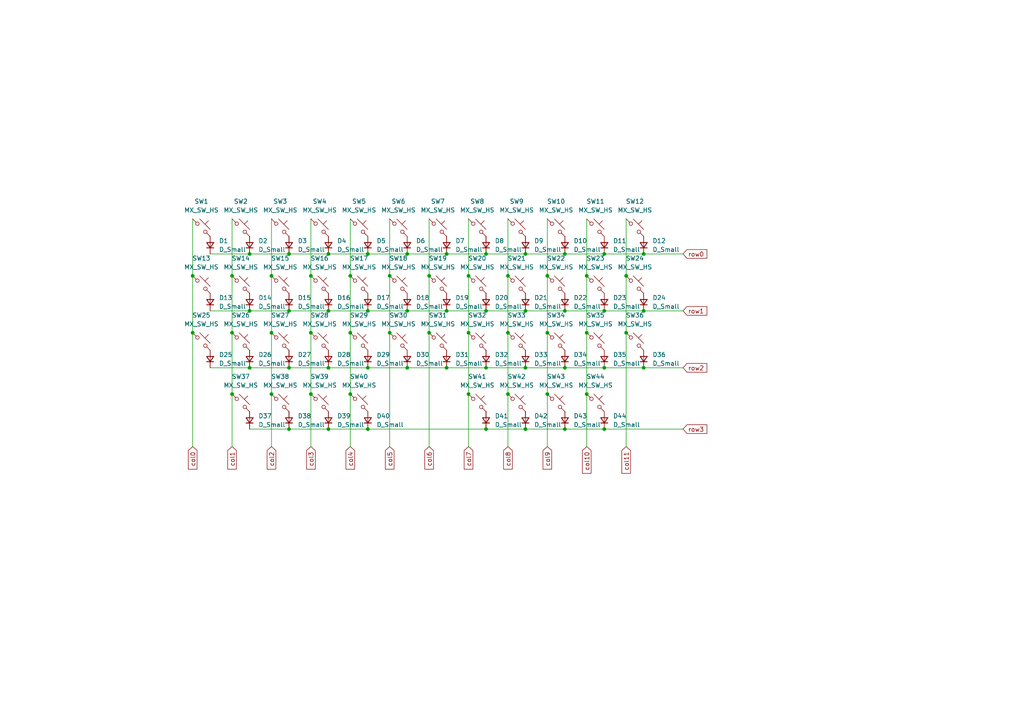
<source format=kicad_sch>
(kicad_sch (version 20231120) (generator "eeschema") (generator_version "8.0")
  (paper "A4")
  (lib_symbols
    (symbol "Device:D_Small" (pin_numbers hide) (pin_names (offset 0.254) hide)
      (property "Reference" "D" (at -1.27 2.032 0))
      (property "Value" "D_Small" (at -3.81 -2.032 0))
      (symbol "D_Small_0_1"
        (polyline (pts (xy -0.762 -1.016) (xy -0.762 1.016)) (stroke (width 0.254)))
        (polyline (pts (xy -0.762 0) (xy 0.762 0)))
        (polyline (pts (xy 0.762 -1.016) (xy -0.762 0) (xy 0.762 1.016) (xy 0.762 -1.016)) (stroke (width 0.254)))
      )
      (symbol "D_Small_1_1"
        (pin passive line (at -2.54 0 0) (length 1.778) (name "K") (number "1"))
        (pin passive line (at 2.54 0 180) (length 1.778) (name "A") (number "2"))
      )
    )
    (symbol "marbastlib-mx:MX_SW_HS_CPG151101S11" (pin_numbers hide) (pin_names (offset 1.016) hide)
      (property "Reference" "MX" (at 3.048 1.016 0))
      (property "Value" "MX_SW_HS" (at 0 -3.81 0))
      (symbol "MX_SW_HS_CPG151101S11_0_1"
        (circle (center -1.1684 1.1684) (radius 0.508))
        (polyline (pts (xy -0.508 2.54) (xy 2.54 -0.508)))
        (polyline (pts (xy 1.016 1.016) (xy 2.032 2.032)))
        (polyline (pts (xy -2.54 2.54) (xy -1.524 1.524) (xy -1.524 1.524)))
        (polyline (pts (xy 1.524 -1.524) (xy 2.54 -2.54) (xy 2.54 -2.54) (xy 2.54 -2.54)))
        (circle (center 1.143 -1.1938) (radius 0.508))
        (pin passive line (at -2.54 2.54 0) (length 0) (name "1") (number "1"))
        (pin passive line (at 2.54 -2.54 180) (length 0) (name "2") (number "2"))
      )
    )
  )
  (junction (at 101.6 80.01))
  (junction (at 95.25 90.17))
  (junction (at 163.83 124.46))
  (junction (at 78.74 96.52))
  (junction (at 147.32 114.3))
  (junction (at 83.82 106.68))
  (junction (at 118.11 73.66))
  (junction (at 72.39 90.17))
  (junction (at 147.32 96.52))
  (junction (at 175.26 73.66))
  (junction (at 147.32 80.01))
  (junction (at 106.68 106.68))
  (junction (at 163.83 73.66))
  (junction (at 95.25 73.66))
  (junction (at 72.39 106.68))
  (junction (at 129.54 90.17))
  (junction (at 124.46 96.52))
  (junction (at 55.88 96.52))
  (junction (at 186.69 73.66))
  (junction (at 67.31 80.01))
  (junction (at 158.75 80.01))
  (junction (at 90.17 114.3))
  (junction (at 186.69 106.68))
  (junction (at 90.17 80.01))
  (junction (at 135.89 80.01))
  (junction (at 152.4 73.66))
  (junction (at 124.46 80.01))
  (junction (at 113.03 80.01))
  (junction (at 175.26 106.68))
  (junction (at 83.82 124.46))
  (junction (at 95.25 124.46))
  (junction (at 78.74 80.01))
  (junction (at 101.6 114.3))
  (junction (at 135.89 96.52))
  (junction (at 181.61 96.52))
  (junction (at 163.83 90.17))
  (junction (at 170.18 114.3))
  (junction (at 67.31 114.3))
  (junction (at 140.97 90.17))
  (junction (at 83.82 73.66))
  (junction (at 135.89 114.3))
  (junction (at 186.69 90.17))
  (junction (at 72.39 73.66))
  (junction (at 78.74 114.3))
  (junction (at 175.26 90.17))
  (junction (at 67.31 96.52))
  (junction (at 140.97 73.66))
  (junction (at 158.75 96.52))
  (junction (at 170.18 80.01))
  (junction (at 106.68 124.46))
  (junction (at 106.68 73.66))
  (junction (at 152.4 106.68))
  (junction (at 95.25 106.68))
  (junction (at 129.54 106.68))
  (junction (at 140.97 106.68))
  (junction (at 170.18 96.52))
  (junction (at 152.4 90.17))
  (junction (at 118.11 90.17))
  (junction (at 83.82 90.17))
  (junction (at 129.54 73.66))
  (junction (at 175.26 124.46))
  (junction (at 101.6 96.52))
  (junction (at 113.03 96.52))
  (junction (at 152.4 124.46))
  (junction (at 158.75 114.3))
  (junction (at 118.11 106.68))
  (junction (at 163.83 106.68))
  (junction (at 90.17 96.52))
  (junction (at 106.68 90.17))
  (junction (at 181.61 80.01))
  (junction (at 140.97 124.46))
  (junction (at 55.88 80.01))
  (wire (pts (xy 147.32 114.3) (xy 147.32 129.54)))
  (wire (pts (xy 55.88 96.52) (xy 55.88 129.54)))
  (wire (pts (xy 55.88 80.01) (xy 55.88 96.52)))
  (wire (pts (xy 78.74 63.5) (xy 78.74 80.01)))
  (wire (pts (xy 101.6 63.5) (xy 101.6 80.01)))
  (wire (pts (xy 118.11 106.68) (xy 129.54 106.68)))
  (wire (pts (xy 170.18 80.01) (xy 170.18 96.52)))
  (wire (pts (xy 83.82 124.46) (xy 95.25 124.46)))
  (wire (pts (xy 101.6 96.52) (xy 101.6 114.3)))
  (wire (pts (xy 101.6 80.01) (xy 101.6 96.52)))
  (wire (pts (xy 60.96 106.68) (xy 72.39 106.68)))
  (wire (pts (xy 118.11 90.17) (xy 129.54 90.17)))
  (wire (pts (xy 140.97 73.66) (xy 152.4 73.66)))
  (wire (pts (xy 72.39 106.68) (xy 83.82 106.68)))
  (wire (pts (xy 106.68 124.46) (xy 140.97 124.46)))
  (wire (pts (xy 163.83 90.17) (xy 175.26 90.17)))
  (wire (pts (xy 113.03 96.52) (xy 113.03 129.54)))
  (wire (pts (xy 55.88 63.5) (xy 55.88 80.01)))
  (wire (pts (xy 170.18 63.5) (xy 170.18 80.01)))
  (wire (pts (xy 163.83 106.68) (xy 175.26 106.68)))
  (wire (pts (xy 152.4 90.17) (xy 163.83 90.17)))
  (wire (pts (xy 163.83 73.66) (xy 175.26 73.66)))
  (wire (pts (xy 140.97 124.46) (xy 152.4 124.46)))
  (wire (pts (xy 170.18 114.3) (xy 170.18 129.54)))
  (wire (pts (xy 118.11 73.66) (xy 129.54 73.66)))
  (wire (pts (xy 67.31 114.3) (xy 67.31 129.54)))
  (wire (pts (xy 95.25 124.46) (xy 106.68 124.46)))
  (wire (pts (xy 72.39 73.66) (xy 83.82 73.66)))
  (wire (pts (xy 129.54 90.17) (xy 140.97 90.17)))
  (wire (pts (xy 90.17 96.52) (xy 90.17 114.3)))
  (wire (pts (xy 152.4 73.66) (xy 163.83 73.66)))
  (wire (pts (xy 175.26 73.66) (xy 186.69 73.66)))
  (wire (pts (xy 90.17 63.5) (xy 90.17 80.01)))
  (wire (pts (xy 90.17 80.01) (xy 90.17 96.52)))
  (wire (pts (xy 78.74 96.52) (xy 78.74 114.3)))
  (wire (pts (xy 129.54 106.68) (xy 140.97 106.68)))
  (wire (pts (xy 186.69 90.17) (xy 198.12 90.17)))
  (wire (pts (xy 147.32 96.52) (xy 147.32 114.3)))
  (wire (pts (xy 135.89 80.01) (xy 135.89 96.52)))
  (wire (pts (xy 83.82 106.68) (xy 95.25 106.68)))
  (wire (pts (xy 83.82 73.66) (xy 95.25 73.66)))
  (wire (pts (xy 67.31 96.52) (xy 67.31 114.3)))
  (wire (pts (xy 175.26 90.17) (xy 186.69 90.17)))
  (wire (pts (xy 101.6 114.3) (xy 101.6 129.54)))
  (wire (pts (xy 124.46 96.52) (xy 124.46 129.54)))
  (wire (pts (xy 106.68 90.17) (xy 118.11 90.17)))
  (wire (pts (xy 186.69 106.68) (xy 198.12 106.68)))
  (wire (pts (xy 113.03 80.01) (xy 113.03 96.52)))
  (wire (pts (xy 135.89 114.3) (xy 135.89 129.54)))
  (wire (pts (xy 181.61 96.52) (xy 181.61 129.54)))
  (wire (pts (xy 181.61 80.01) (xy 181.61 96.52)))
  (wire (pts (xy 72.39 124.46) (xy 83.82 124.46)))
  (wire (pts (xy 67.31 63.5) (xy 67.31 80.01)))
  (wire (pts (xy 72.39 90.17) (xy 83.82 90.17)))
  (wire (pts (xy 147.32 63.5) (xy 147.32 80.01)))
  (wire (pts (xy 90.17 114.3) (xy 90.17 129.54)))
  (wire (pts (xy 147.32 80.01) (xy 147.32 96.52)))
  (wire (pts (xy 140.97 90.17) (xy 152.4 90.17)))
  (wire (pts (xy 158.75 63.5) (xy 158.75 80.01)))
  (wire (pts (xy 163.83 124.46) (xy 175.26 124.46)))
  (wire (pts (xy 135.89 96.52) (xy 135.89 114.3)))
  (wire (pts (xy 140.97 106.68) (xy 152.4 106.68)))
  (wire (pts (xy 129.54 73.66) (xy 140.97 73.66)))
  (wire (pts (xy 67.31 80.01) (xy 67.31 96.52)))
  (wire (pts (xy 152.4 106.68) (xy 163.83 106.68)))
  (wire (pts (xy 60.96 73.66) (xy 72.39 73.66)))
  (wire (pts (xy 113.03 63.5) (xy 113.03 80.01)))
  (wire (pts (xy 95.25 73.66) (xy 106.68 73.66)))
  (wire (pts (xy 95.25 106.68) (xy 106.68 106.68)))
  (wire (pts (xy 135.89 63.5) (xy 135.89 80.01)))
  (wire (pts (xy 181.61 63.5) (xy 181.61 80.01)))
  (wire (pts (xy 78.74 80.01) (xy 78.74 96.52)))
  (wire (pts (xy 60.96 90.17) (xy 72.39 90.17)))
  (wire (pts (xy 95.25 90.17) (xy 106.68 90.17)))
  (wire (pts (xy 152.4 124.46) (xy 163.83 124.46)))
  (wire (pts (xy 106.68 106.68) (xy 118.11 106.68)))
  (wire (pts (xy 106.68 73.66) (xy 118.11 73.66)))
  (wire (pts (xy 124.46 63.5) (xy 124.46 80.01)))
  (wire (pts (xy 158.75 114.3) (xy 158.75 129.54)))
  (wire (pts (xy 83.82 90.17) (xy 95.25 90.17)))
  (wire (pts (xy 170.18 96.52) (xy 170.18 114.3)))
  (wire (pts (xy 158.75 96.52) (xy 158.75 114.3)))
  (wire (pts (xy 186.69 73.66) (xy 198.12 73.66)))
  (wire (pts (xy 175.26 106.68) (xy 186.69 106.68)))
  (wire (pts (xy 124.46 80.01) (xy 124.46 96.52)))
  (wire (pts (xy 175.26 124.46) (xy 198.12 124.46)))
  (wire (pts (xy 78.74 114.3) (xy 78.74 129.54)))
  (wire (pts (xy 158.75 80.01) (xy 158.75 96.52)))
  (global_label "col9" (shape input) (at 158.75 129.54 270) (property "Intersheetrefs" "${INTERSHEET_REFS}" (effects (hide yes))))
  (global_label "row2" (shape input) (at 198.12 106.68 0) (property "Intersheetrefs" "${INTERSHEET_REFS}" (effects (hide yes))))
  (global_label "col2" (shape input) (at 78.74 129.54 270) (property "Intersheetrefs" "${INTERSHEET_REFS}" (effects (hide yes))))
  (global_label "col8" (shape input) (at 147.32 129.54 270) (property "Intersheetrefs" "${INTERSHEET_REFS}" (effects (hide yes))))
  (global_label "col1" (shape input) (at 67.31 129.54 270) (property "Intersheetrefs" "${INTERSHEET_REFS}" (effects (hide yes))))
  (global_label "row3" (shape input) (at 198.12 124.46 0) (property "Intersheetrefs" "${INTERSHEET_REFS}" (effects (hide yes))))
  (global_label "col6" (shape input) (at 124.46 129.54 270) (property "Intersheetrefs" "${INTERSHEET_REFS}" (effects (hide yes))))
  (global_label "row1" (shape input) (at 198.12 90.17 0) (property "Intersheetrefs" "${INTERSHEET_REFS}" (effects (hide yes))))
  (global_label "col10" (shape input) (at 170.18 129.54 270) (property "Intersheetrefs" "${INTERSHEET_REFS}" (effects (hide yes))))
  (global_label "col4" (shape input) (at 101.6 129.54 270) (property "Intersheetrefs" "${INTERSHEET_REFS}" (effects (hide yes))))
  (global_label "col11" (shape input) (at 181.61 129.54 270) (property "Intersheetrefs" "${INTERSHEET_REFS}" (effects (hide yes))))
  (global_label "col3" (shape input) (at 90.17 129.54 270) (property "Intersheetrefs" "${INTERSHEET_REFS}" (effects (hide yes))))
  (global_label "col5" (shape input) (at 113.03 129.54 270) (property "Intersheetrefs" "${INTERSHEET_REFS}" (effects (hide yes))))
  (global_label "col7" (shape input) (at 135.89 129.54 270) (property "Intersheetrefs" "${INTERSHEET_REFS}" (effects (hide yes))))
  (global_label "row0" (shape input) (at 198.12 73.66 0) (property "Intersheetrefs" "${INTERSHEET_REFS}" (effects (hide yes))))
  (global_label "col0" (shape input) (at 55.88 129.54 270) (property "Intersheetrefs" "${INTERSHEET_REFS}" (effects (hide yes))))
  (symbol (lib_id "Device:D_Small") (at 72.39 104.14 90) (unit 1)
    (property "Reference" "D26" (at 74.93 102.8699 90) (effects (justify right)))
    (property "Value" "D_Small" (at 74.93 105.4099 90) (effects (justify right)))
    (property "Footprint" "Keebio-Parts:D_SOD-323" (effects (hide yes)))
    (property "Description" "Diode, small symbol" (effects (hide yes)))
    (property "Sim.Device" "D" (effects (hide yes)))
    (property "Sim.Pins" "1=K 2=A" (effects (hide yes)))
  )
  (symbol (lib_id "marbastlib-mx:MX_SW_HS_CPG151101S11") (at 104.14 82.55 0) (unit 1)
    (property "Reference" "SW17" (at 104.14 74.93 0))
    (property "Value" "MX_SW_HS" (at 104.14 77.47 0))
    (property "Footprint" "marbastlib-mx:SW_MX_HS_CPG151101S11_1u" (effects (hide yes)))
    (property "Description" "Push button switch, normally open, two pins, 45° tilted, Kailh CPG151101S11 for Cherry MX style switches" (effects (hide yes)))
  )
  (symbol (lib_id "Device:D_Small") (at 95.25 87.63 90) (unit 1)
    (property "Reference" "D16" (at 97.79 86.3599 90) (effects (justify right)))
    (property "Value" "D_Small" (at 97.79 88.8999 90) (effects (justify right)))
    (property "Footprint" "Keebio-Parts:D_SOD-323" (effects (hide yes)))
    (property "Description" "Diode, small symbol" (effects (hide yes)))
    (property "Sim.Device" "D" (effects (hide yes)))
    (property "Sim.Pins" "1=K 2=A" (effects (hide yes)))
  )
  (symbol (lib_id "Device:D_Small") (at 129.54 104.14 90) (unit 1)
    (property "Reference" "D31" (at 132.08 102.8699 90) (effects (justify right)))
    (property "Value" "D_Small" (at 132.08 105.4099 90) (effects (justify right)))
    (property "Footprint" "Keebio-Parts:D_SOD-323" (effects (hide yes)))
    (property "Description" "Diode, small symbol" (effects (hide yes)))
    (property "Sim.Device" "D" (effects (hide yes)))
    (property "Sim.Pins" "1=K 2=A" (effects (hide yes)))
  )
  (symbol (lib_id "marbastlib-mx:MX_SW_HS_CPG151101S11") (at 69.85 99.06 0) (unit 1)
    (property "Reference" "SW26" (at 69.85 91.44 0))
    (property "Value" "MX_SW_HS" (at 69.85 93.98 0))
    (property "Footprint" "marbastlib-mx:SW_MX_HS_CPG151101S11_1u" (effects (hide yes)))
    (property "Description" "Push button switch, normally open, two pins, 45° tilted, Kailh CPG151101S11 for Cherry MX style switches" (effects (hide yes)))
  )
  (symbol (lib_id "Device:D_Small") (at 83.82 104.14 90) (unit 1)
    (property "Reference" "D27" (at 86.36 102.8699 90) (effects (justify right)))
    (property "Value" "D_Small" (at 86.36 105.4099 90) (effects (justify right)))
    (property "Footprint" "Keebio-Parts:D_SOD-323" (effects (hide yes)))
    (property "Description" "Diode, small symbol" (effects (hide yes)))
    (property "Sim.Device" "D" (effects (hide yes)))
    (property "Sim.Pins" "1=K 2=A" (effects (hide yes)))
  )
  (symbol (lib_id "marbastlib-mx:MX_SW_HS_CPG151101S11") (at 81.28 99.06 0) (unit 1)
    (property "Reference" "SW27" (at 81.28 91.44 0))
    (property "Value" "MX_SW_HS" (at 81.28 93.98 0))
    (property "Footprint" "marbastlib-mx:SW_MX_HS_CPG151101S11_1u" (effects (hide yes)))
    (property "Description" "Push button switch, normally open, two pins, 45° tilted, Kailh CPG151101S11 for Cherry MX style switches" (effects (hide yes)))
  )
  (symbol (lib_id "marbastlib-mx:MX_SW_HS_CPG151101S11") (at 115.57 66.04 0) (unit 1)
    (property "Reference" "SW6" (at 115.57 58.42 0))
    (property "Value" "MX_SW_HS" (at 115.57 60.96 0))
    (property "Footprint" "marbastlib-mx:SW_MX_HS_CPG151101S11_1u" (effects (hide yes)))
    (property "Description" "Push button switch, normally open, two pins, 45° tilted, Kailh CPG151101S11 for Cherry MX style switches" (effects (hide yes)))
  )
  (symbol (lib_id "Device:D_Small") (at 106.68 121.92 90) (unit 1)
    (property "Reference" "D40" (at 109.22 120.6499 90) (effects (justify right)))
    (property "Value" "D_Small" (at 109.22 123.1899 90) (effects (justify right)))
    (property "Footprint" "Keebio-Parts:D_SOD-323" (effects (hide yes)))
    (property "Description" "Diode, small symbol" (effects (hide yes)))
    (property "Sim.Device" "D" (effects (hide yes)))
    (property "Sim.Pins" "1=K 2=A" (effects (hide yes)))
  )
  (symbol (lib_id "marbastlib-mx:MX_SW_HS_CPG151101S11") (at 104.14 99.06 0) (unit 1)
    (property "Reference" "SW29" (at 104.14 91.44 0))
    (property "Value" "MX_SW_HS" (at 104.14 93.98 0))
    (property "Footprint" "marbastlib-mx:SW_MX_HS_CPG151101S11_1u" (effects (hide yes)))
    (property "Description" "Push button switch, normally open, two pins, 45° tilted, Kailh CPG151101S11 for Cherry MX style switches" (effects (hide yes)))
  )
  (symbol (lib_id "marbastlib-mx:MX_SW_HS_CPG151101S11") (at 104.14 66.04 0) (unit 1)
    (property "Reference" "SW5" (at 104.14 58.42 0))
    (property "Value" "MX_SW_HS" (at 104.14 60.96 0))
    (property "Footprint" "marbastlib-mx:SW_MX_HS_CPG151101S11_1u" (effects (hide yes)))
    (property "Description" "Push button switch, normally open, two pins, 45° tilted, Kailh CPG151101S11 for Cherry MX style switches" (effects (hide yes)))
  )
  (symbol (lib_id "marbastlib-mx:MX_SW_HS_CPG151101S11") (at 138.43 116.84 0) (unit 1)
    (property "Reference" "SW41" (at 138.43 109.22 0))
    (property "Value" "MX_SW_HS" (at 138.43 111.76 0))
    (property "Footprint" "marbastlib-mx:SW_MX_HS_CPG151101S11_1u" (effects (hide yes)))
    (property "Description" "Push button switch, normally open, two pins, 45° tilted, Kailh CPG151101S11 for Cherry MX style switches" (effects (hide yes)))
  )
  (symbol (lib_id "marbastlib-mx:MX_SW_HS_CPG151101S11") (at 69.85 82.55 0) (unit 1)
    (property "Reference" "SW14" (at 69.85 74.93 0))
    (property "Value" "MX_SW_HS" (at 69.85 77.47 0))
    (property "Footprint" "marbastlib-mx:SW_MX_HS_CPG151101S11_1u" (effects (hide yes)))
    (property "Description" "Push button switch, normally open, two pins, 45° tilted, Kailh CPG151101S11 for Cherry MX style switches" (effects (hide yes)))
  )
  (symbol (lib_id "Device:D_Small") (at 72.39 121.92 90) (unit 1)
    (property "Reference" "D37" (at 74.93 120.6499 90) (effects (justify right)))
    (property "Value" "D_Small" (at 74.93 123.1899 90) (effects (justify right)))
    (property "Footprint" "Keebio-Parts:D_SOD-323" (effects (hide yes)))
    (property "Description" "Diode, small symbol" (effects (hide yes)))
    (property "Sim.Device" "D" (effects (hide yes)))
    (property "Sim.Pins" "1=K 2=A" (effects (hide yes)))
  )
  (symbol (lib_id "marbastlib-mx:MX_SW_HS_CPG151101S11") (at 69.85 66.04 0) (unit 1)
    (property "Reference" "SW2" (at 69.85 58.42 0))
    (property "Value" "MX_SW_HS" (at 69.85 60.96 0))
    (property "Footprint" "marbastlib-mx:SW_MX_HS_CPG151101S11_1u" (effects (hide yes)))
    (property "Description" "Push button switch, normally open, two pins, 45° tilted, Kailh CPG151101S11 for Cherry MX style switches" (effects (hide yes)))
  )
  (symbol (lib_id "Device:D_Small") (at 60.96 104.14 90) (unit 1)
    (property "Reference" "D25" (at 63.5 102.8699 90) (effects (justify right)))
    (property "Value" "D_Small" (at 63.5 105.4099 90) (effects (justify right)))
    (property "Footprint" "Keebio-Parts:D_SOD-323" (effects (hide yes)))
    (property "Description" "Diode, small symbol" (effects (hide yes)))
    (property "Sim.Device" "D" (effects (hide yes)))
    (property "Sim.Pins" "1=K 2=A" (effects (hide yes)))
  )
  (symbol (lib_id "marbastlib-mx:MX_SW_HS_CPG151101S11") (at 69.85 116.84 0) (unit 1)
    (property "Reference" "SW37" (at 69.85 109.22 0))
    (property "Value" "MX_SW_HS" (at 69.85 111.76 0))
    (property "Footprint" "marbastlib-mx:SW_MX_HS_CPG151101S11_1u" (effects (hide yes)))
    (property "Description" "Push button switch, normally open, two pins, 45° tilted, Kailh CPG151101S11 for Cherry MX style switches" (effects (hide yes)))
  )
  (symbol (lib_id "Device:D_Small") (at 60.96 71.12 90) (unit 1)
    (property "Reference" "D1" (at 63.5 69.8499 90) (effects (justify right)))
    (property "Value" "D_Small" (at 63.5 72.3899 90) (effects (justify right)))
    (property "Footprint" "Keebio-Parts:D_SOD-323" (effects (hide yes)))
    (property "Description" "Diode, small symbol" (effects (hide yes)))
    (property "Sim.Device" "D" (effects (hide yes)))
    (property "Sim.Pins" "1=K 2=A" (effects (hide yes)))
  )
  (symbol (lib_id "marbastlib-mx:MX_SW_HS_CPG151101S11") (at 81.28 82.55 0) (unit 1)
    (property "Reference" "SW15" (at 81.28 74.93 0))
    (property "Value" "MX_SW_HS" (at 81.28 77.47 0))
    (property "Footprint" "marbastlib-mx:SW_MX_HS_CPG151101S11_1u" (effects (hide yes)))
    (property "Description" "Push button switch, normally open, two pins, 45° tilted, Kailh CPG151101S11 for Cherry MX style switches" (effects (hide yes)))
  )
  (symbol (lib_id "marbastlib-mx:MX_SW_HS_CPG151101S11") (at 161.29 66.04 0) (unit 1)
    (property "Reference" "SW10" (at 161.29 58.42 0))
    (property "Value" "MX_SW_HS" (at 161.29 60.96 0))
    (property "Footprint" "marbastlib-mx:SW_MX_HS_CPG151101S11_1u" (effects (hide yes)))
    (property "Description" "Push button switch, normally open, two pins, 45° tilted, Kailh CPG151101S11 for Cherry MX style switches" (effects (hide yes)))
  )
  (symbol (lib_id "marbastlib-mx:MX_SW_HS_CPG151101S11") (at 92.71 99.06 0) (unit 1)
    (property "Reference" "SW28" (at 92.71 91.44 0))
    (property "Value" "MX_SW_HS" (at 92.71 93.98 0))
    (property "Footprint" "marbastlib-mx:SW_MX_HS_CPG151101S11_1u" (effects (hide yes)))
    (property "Description" "Push button switch, normally open, two pins, 45° tilted, Kailh CPG151101S11 for Cherry MX style switches" (effects (hide yes)))
  )
  (symbol (lib_id "Device:D_Small") (at 129.54 71.12 90) (unit 1)
    (property "Reference" "D7" (at 132.08 69.8499 90) (effects (justify right)))
    (property "Value" "D_Small" (at 132.08 72.3899 90) (effects (justify right)))
    (property "Footprint" "Keebio-Parts:D_SOD-323" (effects (hide yes)))
    (property "Description" "Diode, small symbol" (effects (hide yes)))
    (property "Sim.Device" "D" (effects (hide yes)))
    (property "Sim.Pins" "1=K 2=A" (effects (hide yes)))
  )
  (symbol (lib_id "marbastlib-mx:MX_SW_HS_CPG151101S11") (at 172.72 66.04 0) (unit 1)
    (property "Reference" "SW11" (at 172.72 58.42 0))
    (property "Value" "MX_SW_HS" (at 172.72 60.96 0))
    (property "Footprint" "marbastlib-mx:SW_MX_HS_CPG151101S11_1u" (effects (hide yes)))
    (property "Description" "Push button switch, normally open, two pins, 45° tilted, Kailh CPG151101S11 for Cherry MX style switches" (effects (hide yes)))
  )
  (symbol (lib_id "Device:D_Small") (at 186.69 71.12 90) (unit 1)
    (property "Reference" "D12" (at 189.23 69.8499 90) (effects (justify right)))
    (property "Value" "D_Small" (at 189.23 72.3899 90) (effects (justify right)))
    (property "Footprint" "Keebio-Parts:D_SOD-323" (effects (hide yes)))
    (property "Description" "Diode, small symbol" (effects (hide yes)))
    (property "Sim.Device" "D" (effects (hide yes)))
    (property "Sim.Pins" "1=K 2=A" (effects (hide yes)))
  )
  (symbol (lib_id "Device:D_Small") (at 186.69 87.63 90) (unit 1)
    (property "Reference" "D24" (at 189.23 86.3599 90) (effects (justify right)))
    (property "Value" "D_Small" (at 189.23 88.8999 90) (effects (justify right)))
    (property "Footprint" "Keebio-Parts:D_SOD-323" (effects (hide yes)))
    (property "Description" "Diode, small symbol" (effects (hide yes)))
    (property "Sim.Device" "D" (effects (hide yes)))
    (property "Sim.Pins" "1=K 2=A" (effects (hide yes)))
  )
  (symbol (lib_id "marbastlib-mx:MX_SW_HS_CPG151101S11") (at 104.14 116.84 0) (unit 1)
    (property "Reference" "SW40" (at 104.14 109.22 0))
    (property "Value" "MX_SW_HS" (at 104.14 111.76 0))
    (property "Footprint" "marbastlib-mx:SW_MX_HS_CPG151101S11_1u" (effects (hide yes)))
    (property "Description" "Push button switch, normally open, two pins, 45° tilted, Kailh CPG151101S11 for Cherry MX style switches" (effects (hide yes)))
  )
  (symbol (lib_id "marbastlib-mx:MX_SW_HS_CPG151101S11") (at 138.43 66.04 0) (unit 1)
    (property "Reference" "SW8" (at 138.43 58.42 0))
    (property "Value" "MX_SW_HS" (at 138.43 60.96 0))
    (property "Footprint" "marbastlib-mx:SW_MX_HS_CPG151101S11_1u" (effects (hide yes)))
    (property "Description" "Push button switch, normally open, two pins, 45° tilted, Kailh CPG151101S11 for Cherry MX style switches" (effects (hide yes)))
  )
  (symbol (lib_id "marbastlib-mx:MX_SW_HS_CPG151101S11") (at 172.72 99.06 0) (unit 1)
    (property "Reference" "SW35" (at 172.72 91.44 0))
    (property "Value" "MX_SW_HS" (at 172.72 93.98 0))
    (property "Footprint" "marbastlib-mx:SW_MX_HS_CPG151101S11_1u" (effects (hide yes)))
    (property "Description" "Push button switch, normally open, two pins, 45° tilted, Kailh CPG151101S11 for Cherry MX style switches" (effects (hide yes)))
  )
  (symbol (lib_id "Device:D_Small") (at 152.4 71.12 90) (unit 1)
    (property "Reference" "D9" (at 154.94 69.8499 90) (effects (justify right)))
    (property "Value" "D_Small" (at 154.94 72.3899 90) (effects (justify right)))
    (property "Footprint" "Keebio-Parts:D_SOD-323" (effects (hide yes)))
    (property "Description" "Diode, small symbol" (effects (hide yes)))
    (property "Sim.Device" "D" (effects (hide yes)))
    (property "Sim.Pins" "1=K 2=A" (effects (hide yes)))
  )
  (symbol (lib_id "Device:D_Small") (at 106.68 71.12 90) (unit 1)
    (property "Reference" "D5" (at 109.22 69.8499 90) (effects (justify right)))
    (property "Value" "D_Small" (at 109.22 72.3899 90) (effects (justify right)))
    (property "Footprint" "Keebio-Parts:D_SOD-323" (effects (hide yes)))
    (property "Description" "Diode, small symbol" (effects (hide yes)))
    (property "Sim.Device" "D" (effects (hide yes)))
    (property "Sim.Pins" "1=K 2=A" (effects (hide yes)))
  )
  (symbol (lib_id "Device:D_Small") (at 72.39 71.12 90) (unit 1)
    (property "Reference" "D2" (at 74.93 69.8499 90) (effects (justify right)))
    (property "Value" "D_Small" (at 74.93 72.3899 90) (effects (justify right)))
    (property "Footprint" "Keebio-Parts:D_SOD-323" (effects (hide yes)))
    (property "Description" "Diode, small symbol" (effects (hide yes)))
    (property "Sim.Device" "D" (effects (hide yes)))
    (property "Sim.Pins" "1=K 2=A" (effects (hide yes)))
  )
  (symbol (lib_id "marbastlib-mx:MX_SW_HS_CPG151101S11") (at 149.86 116.84 0) (unit 1)
    (property "Reference" "SW42" (at 149.86 109.22 0))
    (property "Value" "MX_SW_HS" (at 149.86 111.76 0))
    (property "Footprint" "marbastlib-mx:SW_MX_HS_CPG151101S11_1u" (effects (hide yes)))
    (property "Description" "Push button switch, normally open, two pins, 45° tilted, Kailh CPG151101S11 for Cherry MX style switches" (effects (hide yes)))
  )
  (symbol (lib_id "Device:D_Small") (at 152.4 121.92 90) (unit 1)
    (property "Reference" "D42" (at 154.94 120.6499 90) (effects (justify right)))
    (property "Value" "D_Small" (at 154.94 123.1899 90) (effects (justify right)))
    (property "Footprint" "Keebio-Parts:D_SOD-323" (effects (hide yes)))
    (property "Description" "Diode, small symbol" (effects (hide yes)))
    (property "Sim.Device" "D" (effects (hide yes)))
    (property "Sim.Pins" "1=K 2=A" (effects (hide yes)))
  )
  (symbol (lib_id "marbastlib-mx:MX_SW_HS_CPG151101S11") (at 172.72 116.84 0) (unit 1)
    (property "Reference" "SW44" (at 172.72 109.22 0))
    (property "Value" "MX_SW_HS" (at 172.72 111.76 0))
    (property "Footprint" "marbastlib-mx:SW_MX_HS_CPG151101S11_1u" (effects (hide yes)))
    (property "Description" "Push button switch, normally open, two pins, 45° tilted, Kailh CPG151101S11 for Cherry MX style switches" (effects (hide yes)))
  )
  (symbol (lib_id "marbastlib-mx:MX_SW_HS_CPG151101S11") (at 127 99.06 0) (unit 1)
    (property "Reference" "SW31" (at 127 91.44 0))
    (property "Value" "MX_SW_HS" (at 127 93.98 0))
    (property "Footprint" "marbastlib-mx:SW_MX_HS_CPG151101S11_1u" (effects (hide yes)))
    (property "Description" "Push button switch, normally open, two pins, 45° tilted, Kailh CPG151101S11 for Cherry MX style switches" (effects (hide yes)))
  )
  (symbol (lib_id "marbastlib-mx:MX_SW_HS_CPG151101S11") (at 149.86 82.55 0) (unit 1)
    (property "Reference" "SW21" (at 149.86 74.93 0))
    (property "Value" "MX_SW_HS" (at 149.86 77.47 0))
    (property "Footprint" "marbastlib-mx:SW_MX_HS_CPG151101S11_1u" (effects (hide yes)))
    (property "Description" "Push button switch, normally open, two pins, 45° tilted, Kailh CPG151101S11 for Cherry MX style switches" (effects (hide yes)))
  )
  (symbol (lib_id "marbastlib-mx:MX_SW_HS_CPG151101S11") (at 115.57 82.55 0) (unit 1)
    (property "Reference" "SW18" (at 115.57 74.93 0))
    (property "Value" "MX_SW_HS" (at 115.57 77.47 0))
    (property "Footprint" "marbastlib-mx:SW_MX_HS_CPG151101S11_1u" (effects (hide yes)))
    (property "Description" "Push button switch, normally open, two pins, 45° tilted, Kailh CPG151101S11 for Cherry MX style switches" (effects (hide yes)))
  )
  (symbol (lib_id "marbastlib-mx:MX_SW_HS_CPG151101S11") (at 172.72 82.55 0) (unit 1)
    (property "Reference" "SW23" (at 172.72 74.93 0))
    (property "Value" "MX_SW_HS" (at 172.72 77.47 0))
    (property "Footprint" "marbastlib-mx:SW_MX_HS_CPG151101S11_1u" (effects (hide yes)))
    (property "Description" "Push button switch, normally open, two pins, 45° tilted, Kailh CPG151101S11 for Cherry MX style switches" (effects (hide yes)))
  )
  (symbol (lib_id "Device:D_Small") (at 152.4 104.14 90) (unit 1)
    (property "Reference" "D33" (at 154.94 102.8699 90) (effects (justify right)))
    (property "Value" "D_Small" (at 154.94 105.4099 90) (effects (justify right)))
    (property "Footprint" "Keebio-Parts:D_SOD-323" (effects (hide yes)))
    (property "Description" "Diode, small symbol" (effects (hide yes)))
    (property "Sim.Device" "D" (effects (hide yes)))
    (property "Sim.Pins" "1=K 2=A" (effects (hide yes)))
  )
  (symbol (lib_id "marbastlib-mx:MX_SW_HS_CPG151101S11") (at 127 82.55 0) (unit 1)
    (property "Reference" "SW19" (at 127 74.93 0))
    (property "Value" "MX_SW_HS" (at 127 77.47 0))
    (property "Footprint" "marbastlib-mx:SW_MX_HS_CPG151101S11_1u" (effects (hide yes)))
    (property "Description" "Push button switch, normally open, two pins, 45° tilted, Kailh CPG151101S11 for Cherry MX style switches" (effects (hide yes)))
  )
  (symbol (lib_id "marbastlib-mx:MX_SW_HS_CPG151101S11") (at 161.29 82.55 0) (unit 1)
    (property "Reference" "SW22" (at 161.29 74.93 0))
    (property "Value" "MX_SW_HS" (at 161.29 77.47 0))
    (property "Footprint" "marbastlib-mx:SW_MX_HS_CPG151101S11_1u" (effects (hide yes)))
    (property "Description" "Push button switch, normally open, two pins, 45° tilted, Kailh CPG151101S11 for Cherry MX style switches" (effects (hide yes)))
  )
  (symbol (lib_id "marbastlib-mx:MX_SW_HS_CPG151101S11") (at 58.42 66.04 0) (unit 1)
    (property "Reference" "SW1" (at 58.42 58.42 0))
    (property "Value" "MX_SW_HS" (at 58.42 60.96 0))
    (property "Footprint" "marbastlib-mx:SW_MX_HS_CPG151101S11_1u" (effects (hide yes)))
    (property "Description" "Push button switch, normally open, two pins, 45° tilted, Kailh CPG151101S11 for Cherry MX style switches" (effects (hide yes)))
  )
  (symbol (lib_id "marbastlib-mx:MX_SW_HS_CPG151101S11") (at 81.28 116.84 0) (unit 1)
    (property "Reference" "SW38" (at 81.28 109.22 0))
    (property "Value" "MX_SW_HS" (at 81.28 111.76 0))
    (property "Footprint" "marbastlib-mx:SW_MX_HS_CPG151101S11_1u" (effects (hide yes)))
    (property "Description" "Push button switch, normally open, two pins, 45° tilted, Kailh CPG151101S11 for Cherry MX style switches" (effects (hide yes)))
  )
  (symbol (lib_id "Device:D_Small") (at 152.4 87.63 90) (unit 1)
    (property "Reference" "D21" (at 154.94 86.3599 90) (effects (justify right)))
    (property "Value" "D_Small" (at 154.94 88.8999 90) (effects (justify right)))
    (property "Footprint" "Keebio-Parts:D_SOD-323" (effects (hide yes)))
    (property "Description" "Diode, small symbol" (effects (hide yes)))
    (property "Sim.Device" "D" (effects (hide yes)))
    (property "Sim.Pins" "1=K 2=A" (effects (hide yes)))
  )
  (symbol (lib_id "marbastlib-mx:MX_SW_HS_CPG151101S11") (at 138.43 82.55 0) (unit 1)
    (property "Reference" "SW20" (at 138.43 74.93 0))
    (property "Value" "MX_SW_HS" (at 138.43 77.47 0))
    (property "Footprint" "marbastlib-mx:SW_MX_HS_CPG151101S11_1u" (effects (hide yes)))
    (property "Description" "Push button switch, normally open, two pins, 45° tilted, Kailh CPG151101S11 for Cherry MX style switches" (effects (hide yes)))
  )
  (symbol (lib_id "Device:D_Small") (at 106.68 104.14 90) (unit 1)
    (property "Reference" "D29" (at 109.22 102.8699 90) (effects (justify right)))
    (property "Value" "D_Small" (at 109.22 105.4099 90) (effects (justify right)))
    (property "Footprint" "Keebio-Parts:D_SOD-323" (effects (hide yes)))
    (property "Description" "Diode, small symbol" (effects (hide yes)))
    (property "Sim.Device" "D" (effects (hide yes)))
    (property "Sim.Pins" "1=K 2=A" (effects (hide yes)))
  )
  (symbol (lib_id "Device:D_Small") (at 186.69 104.14 90) (unit 1)
    (property "Reference" "D36" (at 189.23 102.8699 90) (effects (justify right)))
    (property "Value" "D_Small" (at 189.23 105.4099 90) (effects (justify right)))
    (property "Footprint" "Keebio-Parts:D_SOD-323" (effects (hide yes)))
    (property "Description" "Diode, small symbol" (effects (hide yes)))
    (property "Sim.Device" "D" (effects (hide yes)))
    (property "Sim.Pins" "1=K 2=A" (effects (hide yes)))
  )
  (symbol (lib_id "marbastlib-mx:MX_SW_HS_CPG151101S11") (at 58.42 99.06 0) (unit 1)
    (property "Reference" "SW25" (at 58.42 91.44 0))
    (property "Value" "MX_SW_HS" (at 58.42 93.98 0))
    (property "Footprint" "marbastlib-mx:SW_MX_HS_CPG151101S11_1u" (effects (hide yes)))
    (property "Description" "Push button switch, normally open, two pins, 45° tilted, Kailh CPG151101S11 for Cherry MX style switches" (effects (hide yes)))
  )
  (symbol (lib_id "Device:D_Small") (at 163.83 104.14 90) (unit 1)
    (property "Reference" "D34" (at 166.37 102.8699 90) (effects (justify right)))
    (property "Value" "D_Small" (at 166.37 105.4099 90) (effects (justify right)))
    (property "Footprint" "Keebio-Parts:D_SOD-323" (effects (hide yes)))
    (property "Description" "Diode, small symbol" (effects (hide yes)))
    (property "Sim.Device" "D" (effects (hide yes)))
    (property "Sim.Pins" "1=K 2=A" (effects (hide yes)))
  )
  (symbol (lib_id "Device:D_Small") (at 95.25 121.92 90) (unit 1)
    (property "Reference" "D39" (at 97.79 120.6499 90) (effects (justify right)))
    (property "Value" "D_Small" (at 97.79 123.1899 90) (effects (justify right)))
    (property "Footprint" "Keebio-Parts:D_SOD-323" (effects (hide yes)))
    (property "Description" "Diode, small symbol" (effects (hide yes)))
    (property "Sim.Device" "D" (effects (hide yes)))
    (property "Sim.Pins" "1=K 2=A" (effects (hide yes)))
  )
  (symbol (lib_id "Device:D_Small") (at 140.97 104.14 90) (unit 1)
    (property "Reference" "D32" (at 143.51 102.8699 90) (effects (justify right)))
    (property "Value" "D_Small" (at 143.51 105.4099 90) (effects (justify right)))
    (property "Footprint" "Keebio-Parts:D_SOD-323" (effects (hide yes)))
    (property "Description" "Diode, small symbol" (effects (hide yes)))
    (property "Sim.Device" "D" (effects (hide yes)))
    (property "Sim.Pins" "1=K 2=A" (effects (hide yes)))
  )
  (symbol (lib_id "marbastlib-mx:MX_SW_HS_CPG151101S11") (at 92.71 66.04 0) (unit 1)
    (property "Reference" "SW4" (at 92.71 58.42 0))
    (property "Value" "MX_SW_HS" (at 92.71 60.96 0))
    (property "Footprint" "marbastlib-mx:SW_MX_HS_CPG151101S11_1u" (effects (hide yes)))
    (property "Description" "Push button switch, normally open, two pins, 45° tilted, Kailh CPG151101S11 for Cherry MX style switches" (effects (hide yes)))
  )
  (symbol (lib_id "Device:D_Small") (at 118.11 71.12 90) (unit 1)
    (property "Reference" "D6" (at 120.65 69.8499 90) (effects (justify right)))
    (property "Value" "D_Small" (at 120.65 72.3899 90) (effects (justify right)))
    (property "Footprint" "Keebio-Parts:D_SOD-323" (effects (hide yes)))
    (property "Description" "Diode, small symbol" (effects (hide yes)))
    (property "Sim.Device" "D" (effects (hide yes)))
    (property "Sim.Pins" "1=K 2=A" (effects (hide yes)))
  )
  (symbol (lib_id "Device:D_Small") (at 72.39 87.63 90) (unit 1)
    (property "Reference" "D14" (at 74.93 86.3599 90) (effects (justify right)))
    (property "Value" "D_Small" (at 74.93 88.8999 90) (effects (justify right)))
    (property "Footprint" "Keebio-Parts:D_SOD-323" (effects (hide yes)))
    (property "Description" "Diode, small symbol" (effects (hide yes)))
    (property "Sim.Device" "D" (effects (hide yes)))
    (property "Sim.Pins" "1=K 2=A" (effects (hide yes)))
  )
  (symbol (lib_id "Device:D_Small") (at 140.97 87.63 90) (unit 1)
    (property "Reference" "D20" (at 143.51 86.3599 90) (effects (justify right)))
    (property "Value" "D_Small" (at 143.51 88.8999 90) (effects (justify right)))
    (property "Footprint" "Keebio-Parts:D_SOD-323" (effects (hide yes)))
    (property "Description" "Diode, small symbol" (effects (hide yes)))
    (property "Sim.Device" "D" (effects (hide yes)))
    (property "Sim.Pins" "1=K 2=A" (effects (hide yes)))
  )
  (symbol (lib_id "Device:D_Small") (at 140.97 121.92 90) (unit 1)
    (property "Reference" "D41" (at 143.51 120.6499 90) (effects (justify right)))
    (property "Value" "D_Small" (at 143.51 123.1899 90) (effects (justify right)))
    (property "Footprint" "Keebio-Parts:D_SOD-323" (effects (hide yes)))
    (property "Description" "Diode, small symbol" (effects (hide yes)))
    (property "Sim.Device" "D" (effects (hide yes)))
    (property "Sim.Pins" "1=K 2=A" (effects (hide yes)))
  )
  (symbol (lib_id "marbastlib-mx:MX_SW_HS_CPG151101S11") (at 184.15 99.06 0) (unit 1)
    (property "Reference" "SW36" (at 184.15 91.44 0))
    (property "Value" "MX_SW_HS" (at 184.15 93.98 0))
    (property "Footprint" "marbastlib-mx:SW_MX_HS_CPG151101S11_1u" (effects (hide yes)))
    (property "Description" "Push button switch, normally open, two pins, 45° tilted, Kailh CPG151101S11 for Cherry MX style switches" (effects (hide yes)))
  )
  (symbol (lib_id "marbastlib-mx:MX_SW_HS_CPG151101S11") (at 115.57 99.06 0) (unit 1)
    (property "Reference" "SW30" (at 115.57 91.44 0))
    (property "Value" "MX_SW_HS" (at 115.57 93.98 0))
    (property "Footprint" "marbastlib-mx:SW_MX_HS_CPG151101S11_1u" (effects (hide yes)))
    (property "Description" "Push button switch, normally open, two pins, 45° tilted, Kailh CPG151101S11 for Cherry MX style switches" (effects (hide yes)))
  )
  (symbol (lib_id "Device:D_Small") (at 60.96 87.63 90) (unit 1)
    (property "Reference" "D13" (at 63.5 86.3599 90) (effects (justify right)))
    (property "Value" "D_Small" (at 63.5 88.8999 90) (effects (justify right)))
    (property "Footprint" "Keebio-Parts:D_SOD-323" (effects (hide yes)))
    (property "Description" "Diode, small symbol" (effects (hide yes)))
    (property "Sim.Device" "D" (effects (hide yes)))
    (property "Sim.Pins" "1=K 2=A" (effects (hide yes)))
  )
  (symbol (lib_id "marbastlib-mx:MX_SW_HS_CPG151101S11") (at 161.29 99.06 0) (unit 1)
    (property "Reference" "SW34" (at 161.29 91.44 0))
    (property "Value" "MX_SW_HS" (at 161.29 93.98 0))
    (property "Footprint" "marbastlib-mx:SW_MX_HS_CPG151101S11_1u" (effects (hide yes)))
    (property "Description" "Push button switch, normally open, two pins, 45° tilted, Kailh CPG151101S11 for Cherry MX style switches" (effects (hide yes)))
  )
  (symbol (lib_id "Device:D_Small") (at 83.82 71.12 90) (unit 1)
    (property "Reference" "D3" (at 86.36 69.8499 90) (effects (justify right)))
    (property "Value" "D_Small" (at 86.36 72.3899 90) (effects (justify right)))
    (property "Footprint" "Keebio-Parts:D_SOD-323" (effects (hide yes)))
    (property "Description" "Diode, small symbol" (effects (hide yes)))
    (property "Sim.Device" "D" (effects (hide yes)))
    (property "Sim.Pins" "1=K 2=A" (effects (hide yes)))
  )
  (symbol (lib_id "Device:D_Small") (at 163.83 121.92 90) (unit 1)
    (property "Reference" "D43" (at 166.37 120.6499 90) (effects (justify right)))
    (property "Value" "D_Small" (at 166.37 123.1899 90) (effects (justify right)))
    (property "Footprint" "Keebio-Parts:D_SOD-323" (effects (hide yes)))
    (property "Description" "Diode, small symbol" (effects (hide yes)))
    (property "Sim.Device" "D" (effects (hide yes)))
    (property "Sim.Pins" "1=K 2=A" (effects (hide yes)))
  )
  (symbol (lib_id "marbastlib-mx:MX_SW_HS_CPG151101S11") (at 127 66.04 0) (unit 1)
    (property "Reference" "SW7" (at 127 58.42 0))
    (property "Value" "MX_SW_HS" (at 127 60.96 0))
    (property "Footprint" "marbastlib-mx:SW_MX_HS_CPG151101S11_1u" (effects (hide yes)))
    (property "Description" "Push button switch, normally open, two pins, 45° tilted, Kailh CPG151101S11 for Cherry MX style switches" (effects (hide yes)))
  )
  (symbol (lib_id "Device:D_Small") (at 95.25 71.12 90) (unit 1)
    (property "Reference" "D4" (at 97.79 69.8499 90) (effects (justify right)))
    (property "Value" "D_Small" (at 97.79 72.3899 90) (effects (justify right)))
    (property "Footprint" "Keebio-Parts:D_SOD-323" (effects (hide yes)))
    (property "Description" "Diode, small symbol" (effects (hide yes)))
    (property "Sim.Device" "D" (effects (hide yes)))
    (property "Sim.Pins" "1=K 2=A" (effects (hide yes)))
  )
  (symbol (lib_id "marbastlib-mx:MX_SW_HS_CPG151101S11") (at 149.86 66.04 0) (unit 1)
    (property "Reference" "SW9" (at 149.86 58.42 0))
    (property "Value" "MX_SW_HS" (at 149.86 60.96 0))
    (property "Footprint" "marbastlib-mx:SW_MX_HS_CPG151101S11_1u" (effects (hide yes)))
    (property "Description" "Push button switch, normally open, two pins, 45° tilted, Kailh CPG151101S11 for Cherry MX style switches" (effects (hide yes)))
  )
  (symbol (lib_id "marbastlib-mx:MX_SW_HS_CPG151101S11") (at 81.28 66.04 0) (unit 1)
    (property "Reference" "SW3" (at 81.28 58.42 0))
    (property "Value" "MX_SW_HS" (at 81.28 60.96 0))
    (property "Footprint" "marbastlib-mx:SW_MX_HS_CPG151101S11_1u" (effects (hide yes)))
    (property "Description" "Push button switch, normally open, two pins, 45° tilted, Kailh CPG151101S11 for Cherry MX style switches" (effects (hide yes)))
  )
  (symbol (lib_id "Device:D_Small") (at 163.83 71.12 90) (unit 1)
    (property "Reference" "D10" (at 166.37 69.8499 90) (effects (justify right)))
    (property "Value" "D_Small" (at 166.37 72.3899 90) (effects (justify right)))
    (property "Footprint" "Keebio-Parts:D_SOD-323" (effects (hide yes)))
    (property "Description" "Diode, small symbol" (effects (hide yes)))
    (property "Sim.Device" "D" (effects (hide yes)))
    (property "Sim.Pins" "1=K 2=A" (effects (hide yes)))
  )
  (symbol (lib_id "Device:D_Small") (at 140.97 71.12 90) (unit 1)
    (property "Reference" "D8" (at 143.51 69.8499 90) (effects (justify right)))
    (property "Value" "D_Small" (at 143.51 72.3899 90) (effects (justify right)))
    (property "Footprint" "Keebio-Parts:D_SOD-323" (effects (hide yes)))
    (property "Description" "Diode, small symbol" (effects (hide yes)))
    (property "Sim.Device" "D" (effects (hide yes)))
    (property "Sim.Pins" "1=K 2=A" (effects (hide yes)))
  )
  (symbol (lib_id "marbastlib-mx:MX_SW_HS_CPG151101S11") (at 92.71 82.55 0) (unit 1)
    (property "Reference" "SW16" (at 92.71 74.93 0))
    (property "Value" "MX_SW_HS" (at 92.71 77.47 0))
    (property "Footprint" "marbastlib-mx:SW_MX_HS_CPG151101S11_1u" (effects (hide yes)))
    (property "Description" "Push button switch, normally open, two pins, 45° tilted, Kailh CPG151101S11 for Cherry MX style switches" (effects (hide yes)))
  )
  (symbol (lib_id "marbastlib-mx:MX_SW_HS_CPG151101S11") (at 184.15 82.55 0) (unit 1)
    (property "Reference" "SW24" (at 184.15 74.93 0))
    (property "Value" "MX_SW_HS" (at 184.15 77.47 0))
    (property "Footprint" "marbastlib-mx:SW_MX_HS_CPG151101S11_1u" (effects (hide yes)))
    (property "Description" "Push button switch, normally open, two pins, 45° tilted, Kailh CPG151101S11 for Cherry MX style switches" (effects (hide yes)))
  )
  (symbol (lib_id "Device:D_Small") (at 118.11 104.14 90) (unit 1)
    (property "Reference" "D30" (at 120.65 102.8699 90) (effects (justify right)))
    (property "Value" "D_Small" (at 120.65 105.4099 90) (effects (justify right)))
    (property "Footprint" "Keebio-Parts:D_SOD-323" (effects (hide yes)))
    (property "Description" "Diode, small symbol" (effects (hide yes)))
    (property "Sim.Device" "D" (effects (hide yes)))
    (property "Sim.Pins" "1=K 2=A" (effects (hide yes)))
  )
  (symbol (lib_id "Device:D_Small") (at 83.82 121.92 90) (unit 1)
    (property "Reference" "D38" (at 86.36 120.6499 90) (effects (justify right)))
    (property "Value" "D_Small" (at 86.36 123.1899 90) (effects (justify right)))
    (property "Footprint" "Keebio-Parts:D_SOD-323" (effects (hide yes)))
    (property "Description" "Diode, small symbol" (effects (hide yes)))
    (property "Sim.Device" "D" (effects (hide yes)))
    (property "Sim.Pins" "1=K 2=A" (effects (hide yes)))
  )
  (symbol (lib_id "marbastlib-mx:MX_SW_HS_CPG151101S11") (at 184.15 66.04 0) (unit 1)
    (property "Reference" "SW12" (at 184.15 58.42 0))
    (property "Value" "MX_SW_HS" (at 184.15 60.96 0))
    (property "Footprint" "marbastlib-mx:SW_MX_HS_CPG151101S11_1u" (effects (hide yes)))
    (property "Description" "Push button switch, normally open, two pins, 45° tilted, Kailh CPG151101S11 for Cherry MX style switches" (effects (hide yes)))
  )
  (symbol (lib_id "marbastlib-mx:MX_SW_HS_CPG151101S11") (at 149.86 99.06 0) (unit 1)
    (property "Reference" "SW33" (at 149.86 91.44 0))
    (property "Value" "MX_SW_HS" (at 149.86 93.98 0))
    (property "Footprint" "marbastlib-mx:SW_MX_HS_CPG151101S11_1u" (effects (hide yes)))
    (property "Description" "Push button switch, normally open, two pins, 45° tilted, Kailh CPG151101S11 for Cherry MX style switches" (effects (hide yes)))
  )
  (symbol (lib_id "marbastlib-mx:MX_SW_HS_CPG151101S11") (at 161.29 116.84 0) (unit 1)
    (property "Reference" "SW43" (at 161.29 109.22 0))
    (property "Value" "MX_SW_HS" (at 161.29 111.76 0))
    (property "Footprint" "marbastlib-mx:SW_MX_HS_CPG151101S11_1u" (effects (hide yes)))
    (property "Description" "Push button switch, normally open, two pins, 45° tilted, Kailh CPG151101S11 for Cherry MX style switches" (effects (hide yes)))
  )
  (symbol (lib_id "Device:D_Small") (at 129.54 87.63 90) (unit 1)
    (property "Reference" "D19" (at 132.08 86.3599 90) (effects (justify right)))
    (property "Value" "D_Small" (at 132.08 88.8999 90) (effects (justify right)))
    (property "Footprint" "Keebio-Parts:D_SOD-323" (effects (hide yes)))
    (property "Description" "Diode, small symbol" (effects (hide yes)))
    (property "Sim.Device" "D" (effects (hide yes)))
    (property "Sim.Pins" "1=K 2=A" (effects (hide yes)))
  )
  (symbol (lib_id "Device:D_Small") (at 175.26 121.92 90) (unit 1)
    (property "Reference" "D44" (at 177.8 120.6499 90) (effects (justify right)))
    (property "Value" "D_Small" (at 177.8 123.1899 90) (effects (justify right)))
    (property "Footprint" "Keebio-Parts:D_SOD-323" (effects (hide yes)))
    (property "Description" "Diode, small symbol" (effects (hide yes)))
    (property "Sim.Device" "D" (effects (hide yes)))
    (property "Sim.Pins" "1=K 2=A" (effects (hide yes)))
  )
  (symbol (lib_id "Device:D_Small") (at 95.25 104.14 90) (unit 1)
    (property "Reference" "D28" (at 97.79 102.8699 90) (effects (justify right)))
    (property "Value" "D_Small" (at 97.79 105.4099 90) (effects (justify right)))
    (property "Footprint" "Keebio-Parts:D_SOD-323" (effects (hide yes)))
    (property "Description" "Diode, small symbol" (effects (hide yes)))
    (property "Sim.Device" "D" (effects (hide yes)))
    (property "Sim.Pins" "1=K 2=A" (effects (hide yes)))
  )
  (symbol (lib_id "marbastlib-mx:MX_SW_HS_CPG151101S11") (at 138.43 99.06 0) (unit 1)
    (property "Reference" "SW32" (at 138.43 91.44 0))
    (property "Value" "MX_SW_HS" (at 138.43 93.98 0))
    (property "Footprint" "marbastlib-mx:SW_MX_HS_CPG151101S11_1u" (effects (hide yes)))
    (property "Description" "Push button switch, normally open, two pins, 45° tilted, Kailh CPG151101S11 for Cherry MX style switches" (effects (hide yes)))
  )
  (symbol (lib_id "Device:D_Small") (at 163.83 87.63 90) (unit 1)
    (property "Reference" "D22" (at 166.37 86.3599 90) (effects (justify right)))
    (property "Value" "D_Small" (at 166.37 88.8999 90) (effects (justify right)))
    (property "Footprint" "Keebio-Parts:D_SOD-323" (effects (hide yes)))
    (property "Description" "Diode, small symbol" (effects (hide yes)))
    (property "Sim.Device" "D" (effects (hide yes)))
    (property "Sim.Pins" "1=K 2=A" (effects (hide yes)))
  )
  (symbol (lib_id "marbastlib-mx:MX_SW_HS_CPG151101S11") (at 92.71 116.84 0) (unit 1)
    (property "Reference" "SW39" (at 92.71 109.22 0))
    (property "Value" "MX_SW_HS" (at 92.71 111.76 0))
    (property "Footprint" "marbastlib-mx:SW_MX_HS_CPG151101S11_1u" (effects (hide yes)))
    (property "Description" "Push button switch, normally open, two pins, 45° tilted, Kailh CPG151101S11 for Cherry MX style switches" (effects (hide yes)))
  )
  (symbol (lib_id "Device:D_Small") (at 83.82 87.63 90) (unit 1)
    (property "Reference" "D15" (at 86.36 86.3599 90) (effects (justify right)))
    (property "Value" "D_Small" (at 86.36 88.8999 90) (effects (justify right)))
    (property "Footprint" "Keebio-Parts:D_SOD-323" (effects (hide yes)))
    (property "Description" "Diode, small symbol" (effects (hide yes)))
    (property "Sim.Device" "D" (effects (hide yes)))
    (property "Sim.Pins" "1=K 2=A" (effects (hide yes)))
  )
  (symbol (lib_id "Device:D_Small") (at 175.26 87.63 90) (unit 1)
    (property "Reference" "D23" (at 177.8 86.3599 90) (effects (justify right)))
    (property "Value" "D_Small" (at 177.8 88.8999 90) (effects (justify right)))
    (property "Footprint" "Keebio-Parts:D_SOD-323" (effects (hide yes)))
    (property "Description" "Diode, small symbol" (effects (hide yes)))
    (property "Sim.Device" "D" (effects (hide yes)))
    (property "Sim.Pins" "1=K 2=A" (effects (hide yes)))
  )
  (symbol (lib_id "Device:D_Small") (at 175.26 71.12 90) (unit 1)
    (property "Reference" "D11" (at 177.8 69.8499 90) (effects (justify right)))
    (property "Value" "D_Small" (at 177.8 72.3899 90) (effects (justify right)))
    (property "Footprint" "Keebio-Parts:D_SOD-323" (effects (hide yes)))
    (property "Description" "Diode, small symbol" (effects (hide yes)))
    (property "Sim.Device" "D" (effects (hide yes)))
    (property "Sim.Pins" "1=K 2=A" (effects (hide yes)))
  )
  (symbol (lib_id "marbastlib-mx:MX_SW_HS_CPG151101S11") (at 58.42 82.55 0) (unit 1)
    (property "Reference" "SW13" (at 58.42 74.93 0))
    (property "Value" "MX_SW_HS" (at 58.42 77.47 0))
    (property "Footprint" "marbastlib-mx:SW_MX_HS_CPG151101S11_1u" (effects (hide yes)))
    (property "Description" "Push button switch, normally open, two pins, 45° tilted, Kailh CPG151101S11 for Cherry MX style switches" (effects (hide yes)))
  )
  (symbol (lib_id "Device:D_Small") (at 118.11 87.63 90) (unit 1)
    (property "Reference" "D18" (at 120.65 86.3599 90) (effects (justify right)))
    (property "Value" "D_Small" (at 120.65 88.8999 90) (effects (justify right)))
    (property "Footprint" "Keebio-Parts:D_SOD-323" (effects (hide yes)))
    (property "Description" "Diode, small symbol" (effects (hide yes)))
    (property "Sim.Device" "D" (effects (hide yes)))
    (property "Sim.Pins" "1=K 2=A" (effects (hide yes)))
  )
  (symbol (lib_id "Device:D_Small") (at 106.68 87.63 90) (unit 1)
    (property "Reference" "D17" (at 109.22 86.3599 90) (effects (justify right)))
    (property "Value" "D_Small" (at 109.22 88.8999 90) (effects (justify right)))
    (property "Footprint" "Keebio-Parts:D_SOD-323" (effects (hide yes)))
    (property "Description" "Diode, small symbol" (effects (hide yes)))
    (property "Sim.Device" "D" (effects (hide yes)))
    (property "Sim.Pins" "1=K 2=A" (effects (hide yes)))
  )
  (symbol (lib_id "Device:D_Small") (at 175.26 104.14 90) (unit 1)
    (property "Reference" "D35" (at 177.8 102.8699 90) (effects (justify right)))
    (property "Value" "D_Small" (at 177.8 105.4099 90) (effects (justify right)))
    (property "Footprint" "Keebio-Parts:D_SOD-323" (effects (hide yes)))
    (property "Description" "Diode, small symbol" (effects (hide yes)))
    (property "Sim.Device" "D" (effects (hide yes)))
    (property "Sim.Pins" "1=K 2=A" (effects (hide yes)))
  )
)
</source>
